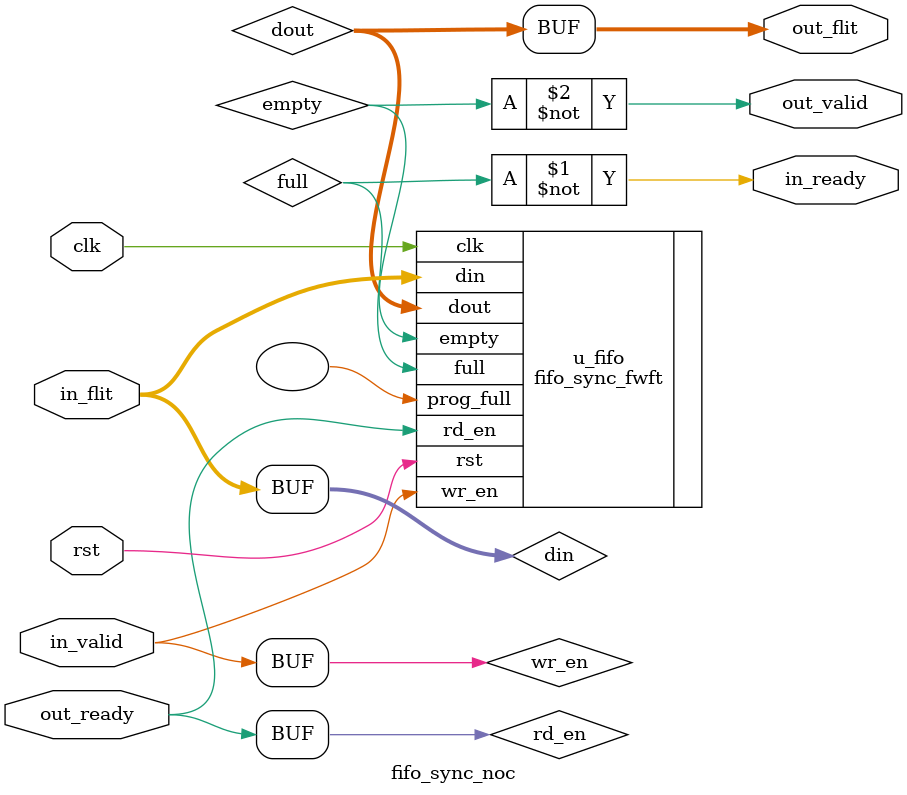
<source format=sv>
module fifo_sync_noc #(
   parameter WIDTH = 34,
   parameter DEPTH = 16
)(
   input clk,
   input rst,
   
   // FIFO input side
   input  [WIDTH-1:0] in_flit,   // input
   input  in_valid,                   // write_enable
   output in_ready,                   // accepting new data

   // FIFO output side
   output [WIDTH-1:0] out_flit,   // data_out
   output out_valid,                   // data available
   input  out_ready                   // read request
);
   
   
   wire [(WIDTH-1):0]   din;
   wire                 wr_en;
   wire                full;
   
   wire [(WIDTH-1):0]  dout;
   wire                 rd_en;
   wire                empty;
   
   // Synchronous FWFT FIFO
   fifo_sync_fwft 
      #(
         .WIDTH(WIDTH), 
         .DEPTH(DEPTH)
      )
      u_fifo (
         .clk(clk),
         .rst(rst),
         
         .din(din),
         .wr_en(wr_en),
         .full(full),
         .prog_full(), // unused
         
         .dout(dout),
         .rd_en(rd_en),
         .empty(empty)
      );

   // map wire names from NoC naming to normal FIFO naming
   assign din = in_flit;
   assign wr_en = in_valid;
   assign in_ready = ~full;

   assign out_flit = dout;
   assign out_valid = ~empty;
   assign rd_en = out_ready;
   
endmodule

</source>
